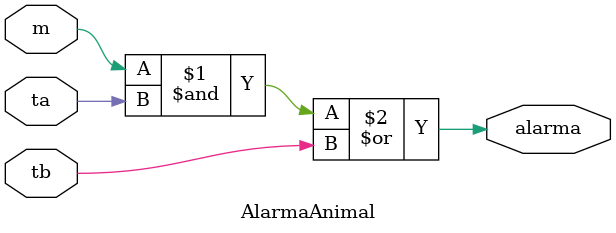
<source format=v>
`timescale 1ns / 1ps


module AlarmaAnimal(
    input m,
    input ta,
    input tb,
    output alarma
    );
    
    assign alarma = (m&ta)|tb;
endmodule

</source>
